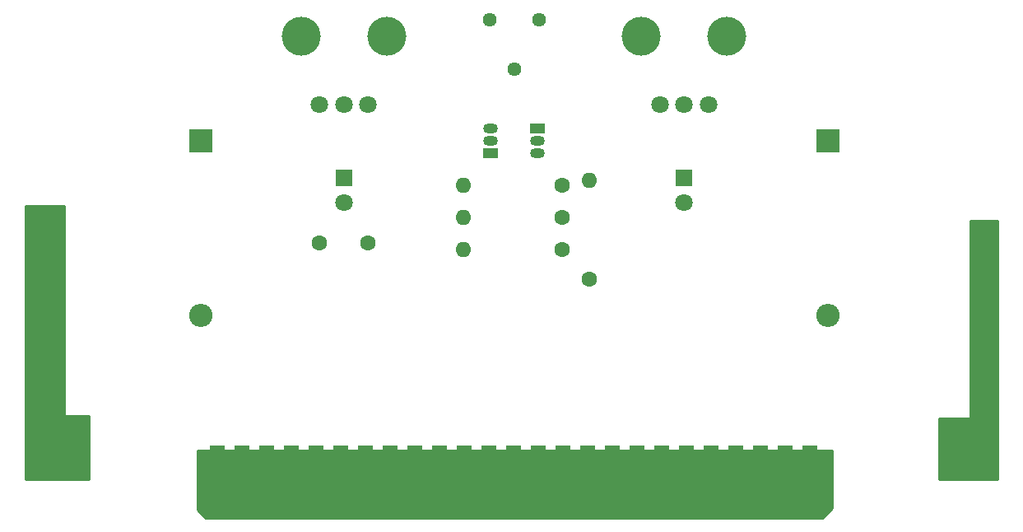
<source format=gbr>
G04 #@! TF.GenerationSoftware,KiCad,Pcbnew,(5.1.7)-1*
G04 #@! TF.CreationDate,2021-09-25T20:45:10-05:00*
G04 #@! TF.ProjectId,ConsolePedalFuzz,436f6e73-6f6c-4655-9065-64616c46757a,rev?*
G04 #@! TF.SameCoordinates,Original*
G04 #@! TF.FileFunction,Soldermask,Bot*
G04 #@! TF.FilePolarity,Negative*
%FSLAX46Y46*%
G04 Gerber Fmt 4.6, Leading zero omitted, Abs format (unit mm)*
G04 Created by KiCad (PCBNEW (5.1.7)-1) date 2021-09-25 20:45:10*
%MOMM*%
%LPD*%
G01*
G04 APERTURE LIST*
%ADD10R,1.800000X1.800000*%
%ADD11C,1.800000*%
%ADD12C,5.000000*%
%ADD13O,1.500000X1.050000*%
%ADD14R,1.500000X1.050000*%
%ADD15C,4.000000*%
%ADD16O,1.600000X1.600000*%
%ADD17C,1.600000*%
%ADD18C,1.440000*%
%ADD19R,2.400000X2.400000*%
%ADD20O,2.400000X2.400000*%
%ADD21R,1.500000X7.000000*%
%ADD22C,0.254000*%
%ADD23C,0.100000*%
G04 APERTURE END LIST*
D10*
G04 #@! TO.C,D1*
X115250000Y-95000000D03*
D11*
X115250000Y-97540000D03*
G04 #@! TD*
G04 #@! TO.C,D2*
X150250000Y-97540000D03*
D10*
X150250000Y-95000000D03*
G04 #@! TD*
D12*
G04 #@! TO.C,H1*
X85350000Y-122600000D03*
G04 #@! TD*
G04 #@! TO.C,H2*
X180150000Y-122600000D03*
G04 #@! TD*
D13*
G04 #@! TO.C,Q1*
X135128000Y-91186000D03*
X135128000Y-92456000D03*
D14*
X135128000Y-89916000D03*
G04 #@! TD*
G04 #@! TO.C,Q2*
X130302000Y-92456000D03*
D13*
X130302000Y-89916000D03*
X130302000Y-91186000D03*
G04 #@! TD*
D15*
G04 #@! TO.C,RV1*
X154650000Y-80500000D03*
X145850000Y-80500000D03*
D11*
X152750000Y-87500000D03*
X150250000Y-87500000D03*
X147750000Y-87500000D03*
G04 #@! TD*
G04 #@! TO.C,RV2*
X112750000Y-87500000D03*
X115250000Y-87500000D03*
X117750000Y-87500000D03*
D15*
X110850000Y-80500000D03*
X119650000Y-80500000D03*
G04 #@! TD*
D16*
G04 #@! TO.C,R1*
X127508000Y-102362000D03*
D17*
X137668000Y-102362000D03*
G04 #@! TD*
G04 #@! TO.C,R2*
X137668000Y-99060000D03*
D16*
X127508000Y-99060000D03*
G04 #@! TD*
D17*
G04 #@! TO.C,R3*
X140462000Y-105410000D03*
D16*
X140462000Y-95250000D03*
G04 #@! TD*
D17*
G04 #@! TO.C,R4*
X137668000Y-95758000D03*
D16*
X127508000Y-95758000D03*
G04 #@! TD*
D18*
G04 #@! TO.C,RV3*
X135330000Y-78740000D03*
X132790000Y-83820000D03*
X130250000Y-78740000D03*
G04 #@! TD*
D19*
G04 #@! TO.C,C1*
X165000000Y-91186000D03*
D20*
X165000000Y-109186000D03*
G04 #@! TD*
D19*
G04 #@! TO.C,C3*
X100500000Y-91186000D03*
D20*
X100500000Y-109186000D03*
G04 #@! TD*
D17*
G04 #@! TO.C,C2*
X112750000Y-101708000D03*
X117750000Y-101708000D03*
G04 #@! TD*
D21*
G04 #@! TO.C,J1*
X163195000Y-126000000D03*
X160655000Y-126000000D03*
X158115000Y-126000000D03*
X155575000Y-126000000D03*
X153035000Y-126000000D03*
X150495000Y-126000000D03*
X147955000Y-126000000D03*
X145415000Y-126000000D03*
X142875000Y-126000000D03*
X140335000Y-126000000D03*
X137795000Y-126000000D03*
X135255000Y-126000000D03*
X132715000Y-126000000D03*
X130175000Y-126000000D03*
X127635000Y-126000000D03*
X125095000Y-126000000D03*
X122555000Y-126000000D03*
X120015000Y-126000000D03*
X117475000Y-126000000D03*
X114935000Y-126000000D03*
X112395000Y-126000000D03*
X109855000Y-126000000D03*
X107315000Y-126000000D03*
X104775000Y-126000000D03*
X102235000Y-126000000D03*
G04 #@! TD*
D22*
X165480000Y-129000000D02*
X164480000Y-130000000D01*
X101020000Y-130000000D01*
X100203000Y-129183000D01*
X100203000Y-123063000D01*
X165480000Y-123063000D01*
X165480000Y-129000000D01*
D23*
G36*
X165480000Y-129000000D02*
G01*
X164480000Y-130000000D01*
X101020000Y-130000000D01*
X100203000Y-129183000D01*
X100203000Y-123063000D01*
X165480000Y-123063000D01*
X165480000Y-129000000D01*
G37*
D22*
X86487000Y-119380000D02*
X86489440Y-119404776D01*
X86496667Y-119428601D01*
X86508403Y-119450557D01*
X86524197Y-119469803D01*
X86543443Y-119485597D01*
X86565399Y-119497333D01*
X86589224Y-119504560D01*
X86614000Y-119507000D01*
X89000000Y-119507000D01*
X89000000Y-126000000D01*
X82500000Y-126000000D01*
X82500000Y-97917000D01*
X86487000Y-97917000D01*
X86487000Y-119380000D01*
D23*
G36*
X86487000Y-119380000D02*
G01*
X86489440Y-119404776D01*
X86496667Y-119428601D01*
X86508403Y-119450557D01*
X86524197Y-119469803D01*
X86543443Y-119485597D01*
X86565399Y-119497333D01*
X86589224Y-119504560D01*
X86614000Y-119507000D01*
X89000000Y-119507000D01*
X89000000Y-126000000D01*
X82500000Y-126000000D01*
X82500000Y-97917000D01*
X86487000Y-97917000D01*
X86487000Y-119380000D01*
G37*
D22*
X182499000Y-126000000D02*
X176500000Y-126000000D01*
X176500000Y-119761000D01*
X179578000Y-119761000D01*
X179602776Y-119758560D01*
X179626601Y-119751333D01*
X179648557Y-119739597D01*
X179667803Y-119723803D01*
X179683597Y-119704557D01*
X179695333Y-119682601D01*
X179702560Y-119658776D01*
X179705000Y-119634000D01*
X179705000Y-99441000D01*
X182499000Y-99441000D01*
X182499000Y-126000000D01*
D23*
G36*
X182499000Y-126000000D02*
G01*
X176500000Y-126000000D01*
X176500000Y-119761000D01*
X179578000Y-119761000D01*
X179602776Y-119758560D01*
X179626601Y-119751333D01*
X179648557Y-119739597D01*
X179667803Y-119723803D01*
X179683597Y-119704557D01*
X179695333Y-119682601D01*
X179702560Y-119658776D01*
X179705000Y-119634000D01*
X179705000Y-99441000D01*
X182499000Y-99441000D01*
X182499000Y-126000000D01*
G37*
M02*

</source>
